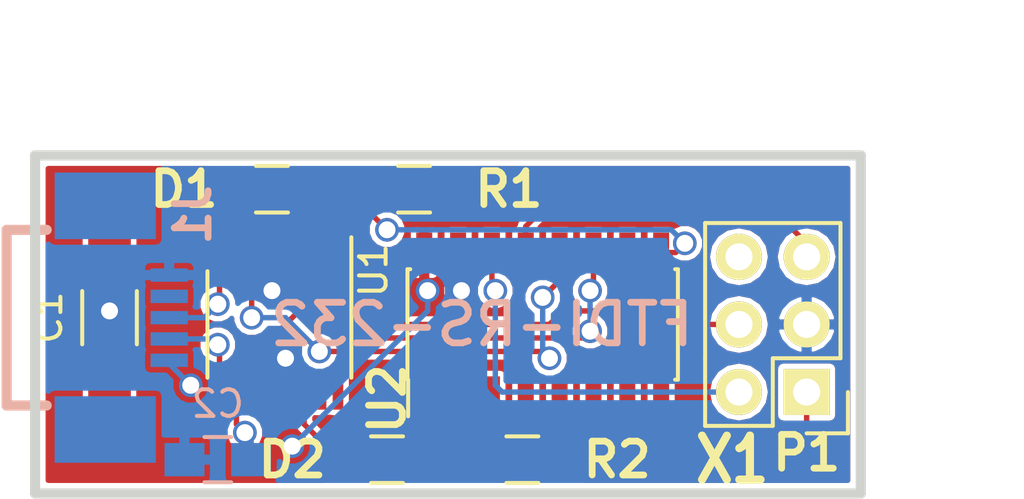
<source format=kicad_pcb>
(kicad_pcb (version 4) (host pcbnew 4.0.1-stable)

  (general
    (links 27)
    (no_connects 0)
    (area 144.04086 90.4748 189.266287 110.2662)
    (thickness 1.6002)
    (drawings 9)
    (tracks 114)
    (zones 0)
    (modules 10)
    (nets 18)
  )

  (page A4)
  (title_block
    (date "30 oct 2013")
  )

  (layers
    (0 Front signal)
    (31 Back signal)
    (36 B.SilkS user hide)
    (37 F.SilkS user)
    (38 B.Mask user)
    (39 F.Mask user)
    (40 Dwgs.User user)
    (44 Edge.Cuts user)
  )

  (setup
    (last_trace_width 0.2032)
    (user_trace_width 0.635)
    (trace_clearance 0.2032)
    (zone_clearance 0.2032)
    (zone_45_only no)
    (trace_min 0.2032)
    (segment_width 0.381)
    (edge_width 0.381)
    (via_size 0.889)
    (via_drill 0.635)
    (via_min_size 0.889)
    (via_min_drill 0.508)
    (uvia_size 0.508)
    (uvia_drill 0.127)
    (uvias_allowed no)
    (uvia_min_size 0.508)
    (uvia_min_drill 0.127)
    (pcb_text_width 0.3048)
    (pcb_text_size 1.524 2.032)
    (mod_edge_width 0.381)
    (mod_text_size 1.27 1.27)
    (mod_text_width 0.254)
    (pad_size 1.524 1.524)
    (pad_drill 0.8128)
    (pad_to_mask_clearance 0.254)
    (aux_axis_origin 0 0)
    (visible_elements 7FFFFF3F)
    (pcbplotparams
      (layerselection 0x00030_80000001)
      (usegerberextensions true)
      (excludeedgelayer true)
      (linewidth 0.150000)
      (plotframeref false)
      (viasonmask false)
      (mode 1)
      (useauxorigin false)
      (hpglpennumber 1)
      (hpglpenspeed 20)
      (hpglpendiameter 15)
      (hpglpenoverlay 0)
      (psnegative false)
      (psa4output false)
      (plotreference true)
      (plotvalue true)
      (plotinvisibletext false)
      (padsonsilk false)
      (subtractmaskfromsilk false)
      (outputformat 1)
      (mirror false)
      (drillshape 0)
      (scaleselection 1)
      (outputdirectory plots/))
  )

  (net 0 "")
  (net 1 /+3.3V)
  (net 2 /+5V)
  (net 3 /CTS)
  (net 4 /DM)
  (net 5 /DP)
  (net 6 /RTS)
  (net 7 /RX)
  (net 8 /TX)
  (net 9 GND)
  (net 10 /TXLED*)
  (net 11 /PUP0)
  (net 12 /RXLED*)
  (net 13 /PUP1)
  (net 14 "Net-(P1-Pad1)")
  (net 15 "Net-(P1-Pad2)")
  (net 16 "Net-(P1-Pad4)")
  (net 17 "Net-(P1-Pad5)")

  (net_class Default "This is the default net class."
    (clearance 0.2032)
    (trace_width 0.2032)
    (via_dia 0.889)
    (via_drill 0.635)
    (uvia_dia 0.508)
    (uvia_drill 0.127)
    (add_net /+3.3V)
    (add_net /+5V)
    (add_net /CTS)
    (add_net /DM)
    (add_net /DP)
    (add_net /PUP0)
    (add_net /PUP1)
    (add_net /RTS)
    (add_net /RX)
    (add_net /RXLED*)
    (add_net /TX)
    (add_net /TXLED*)
    (add_net GND)
    (add_net "Net-(P1-Pad1)")
    (add_net "Net-(P1-Pad2)")
    (add_net "Net-(P1-Pad4)")
    (add_net "Net-(P1-Pad5)")
  )

  (module J1 locked (layer Back) (tedit 5245C21C) (tstamp 4FF3476B)
    (at 147.2692 101.854 90)
    (descr "USB, MINI, B")
    (tags USB-B-MINI)
    (path /4FF311FD)
    (fp_text reference J1 (at 3.8608 6.985 90) (layer B.SilkS)
      (effects (font (size 1.27 1.27) (thickness 0.254)) (justify mirror))
    )
    (fp_text value USB-B (at 0.39878 -1.50114 90) (layer B.SilkS) hide
      (effects (font (thickness 0.3048)) (justify mirror))
    )
    (fp_line (start -3.29946 0) (end -3.29946 1.50114) (layer B.SilkS) (width 0.381))
    (fp_line (start 3.29946 0) (end 3.29946 1.50114) (layer B.SilkS) (width 0.381))
    (fp_line (start -3.29946 0) (end 3.29946 0) (layer B.SilkS) (width 0.381))
    (pad G2 smd rect (at 4.20116 3.70078 90) (size 2.49936 3.79984) (layers Back B.Mask))
    (pad G1 smd rect (at -4.20116 3.70078 90) (size 2.49936 3.79984) (layers Back B.Mask))
    (pad 4 smd rect (at 1.6002 6.10108 90) (size 0.50038 1.39954) (layers Back B.Mask)
      (net 9 GND))
    (pad NC smd rect (at 0.8001 6.10108 90) (size 0.50038 1.39954) (layers Back B.Mask))
    (pad 1 smd rect (at -1.6002 6.10108 90) (size 0.50038 1.39954) (layers Back B.Mask)
      (net 2 /+5V))
    (pad 2 smd rect (at -0.8001 6.10108 90) (size 0.50038 1.39954) (layers Back B.Mask)
      (net 4 /DM))
    (pad 3 smd rect (at 0 6.10108 90) (size 0.50038 1.39954) (layers Back B.Mask)
      (net 5 /DP))
  )

  (module Housings_SOIC:SOIC-16_3.9x9.9mm_Pitch1.27mm (layer Front) (tedit 57C9C4E5) (tstamp 57C9C133)
    (at 167.386 102.108 90)
    (descr "16-Lead Plastic Small Outline (SL) - Narrow, 3.90 mm Body [SOIC] (see Microchip Packaging Specification 00000049BS.pdf)")
    (tags "SOIC 1.27")
    (path /57C9D031)
    (attr smd)
    (fp_text reference U2 (at -2.794 -5.842 90) (layer F.SilkS)
      (effects (font (size 1.27 1.27) (thickness 0.254)))
    )
    (fp_text value MAX3232 (at 0 6 90) (layer F.SilkS) hide
      (effects (font (size 1 1) (thickness 0.15)))
    )
    (fp_circle (center -1.25 -4.25) (end -1.5 -4.25) (layer F.Fab) (width 0.15))
    (fp_line (start -1.95 -4.95) (end -1.95 4.95) (layer F.Fab) (width 0.15))
    (fp_line (start 1.95 -4.95) (end -1.95 -4.95) (layer F.Fab) (width 0.15))
    (fp_line (start 1.95 4.95) (end 1.95 -4.95) (layer F.Fab) (width 0.15))
    (fp_line (start -1.95 4.95) (end 1.95 4.95) (layer F.Fab) (width 0.15))
    (fp_line (start -3.7 -5.25) (end -3.7 5.25) (layer F.CrtYd) (width 0.05))
    (fp_line (start 3.7 -5.25) (end 3.7 5.25) (layer F.CrtYd) (width 0.05))
    (fp_line (start -3.7 -5.25) (end 3.7 -5.25) (layer F.CrtYd) (width 0.05))
    (fp_line (start -3.7 5.25) (end 3.7 5.25) (layer F.CrtYd) (width 0.05))
    (fp_line (start -2.075 -5.075) (end -2.075 -5.05) (layer F.SilkS) (width 0.15))
    (fp_line (start 2.075 -5.075) (end 2.075 -4.97) (layer F.SilkS) (width 0.15))
    (fp_line (start 2.075 5.075) (end 2.075 4.97) (layer F.SilkS) (width 0.15))
    (fp_line (start -2.075 5.075) (end -2.075 4.97) (layer F.SilkS) (width 0.15))
    (fp_line (start -2.075 -5.075) (end 2.075 -5.075) (layer F.SilkS) (width 0.15))
    (fp_line (start -2.075 5.075) (end 2.075 5.075) (layer F.SilkS) (width 0.15))
    (fp_line (start -2.075 -5.05) (end -3.45 -5.05) (layer F.SilkS) (width 0.15))
    (pad 1 smd rect (at -2.7 -4.445 90) (size 1.5 0.6) (layers Front F.Mask))
    (pad 2 smd rect (at -2.7 -3.175 90) (size 1.5 0.6) (layers Front F.Mask))
    (pad 3 smd rect (at -2.7 -1.905 90) (size 1.5 0.6) (layers Front F.Mask))
    (pad 4 smd rect (at -2.7 -0.635 90) (size 1.5 0.6) (layers Front F.Mask))
    (pad 5 smd rect (at -2.7 0.635 90) (size 1.5 0.6) (layers Front F.Mask))
    (pad 6 smd rect (at -2.7 1.905 90) (size 1.5 0.6) (layers Front F.Mask))
    (pad 7 smd rect (at -2.7 3.175 90) (size 1.5 0.6) (layers Front F.Mask)
      (net 14 "Net-(P1-Pad1)"))
    (pad 8 smd rect (at -2.7 4.445 90) (size 1.5 0.6) (layers Front F.Mask)
      (net 16 "Net-(P1-Pad4)"))
    (pad 9 smd rect (at 2.7 4.445 90) (size 1.5 0.6) (layers Front F.Mask)
      (net 7 /RX))
    (pad 10 smd rect (at 2.7 3.175 90) (size 1.5 0.6) (layers Front F.Mask)
      (net 8 /TX))
    (pad 11 smd rect (at 2.7 1.905 90) (size 1.5 0.6) (layers Front F.Mask)
      (net 6 /RTS))
    (pad 12 smd rect (at 2.7 0.635 90) (size 1.5 0.6) (layers Front F.Mask)
      (net 3 /CTS))
    (pad 13 smd rect (at 2.7 -0.635 90) (size 1.5 0.6) (layers Front F.Mask)
      (net 17 "Net-(P1-Pad5)"))
    (pad 14 smd rect (at 2.7 -1.905 90) (size 1.5 0.6) (layers Front F.Mask)
      (net 15 "Net-(P1-Pad2)"))
    (pad 15 smd rect (at 2.7 -3.175 90) (size 1.5 0.6) (layers Front F.Mask)
      (net 9 GND))
    (pad 16 smd rect (at 2.7 -4.445 90) (size 1.5 0.6) (layers Front F.Mask)
      (net 2 /+5V))
    (model Housings_SOIC.3dshapes/SOIC-16_3.9x9.9mm_Pitch1.27mm.wrl
      (at (xyz 0 0 0))
      (scale (xyz 1 1 1))
      (rotate (xyz 0 0 0))
    )
  )

  (module Resistors_SMD:R_0805_HandSoldering (layer Front) (tedit 57C9D897) (tstamp 57C9C2EC)
    (at 157.226 97.028 180)
    (descr "Resistor SMD 0805, hand soldering")
    (tags "resistor 0805")
    (path /57C9C81C)
    (attr smd)
    (fp_text reference D1 (at 3.302 0 180) (layer F.SilkS)
      (effects (font (size 1.27 1.27) (thickness 0.254)))
    )
    (fp_text value LED (at 0 2.1 180) (layer F.SilkS) hide
      (effects (font (size 1 1) (thickness 0.15)))
    )
    (fp_line (start -2.4 -1) (end 2.4 -1) (layer F.CrtYd) (width 0.05))
    (fp_line (start -2.4 1) (end 2.4 1) (layer F.CrtYd) (width 0.05))
    (fp_line (start -2.4 -1) (end -2.4 1) (layer F.CrtYd) (width 0.05))
    (fp_line (start 2.4 -1) (end 2.4 1) (layer F.CrtYd) (width 0.05))
    (fp_line (start 0.6 0.875) (end -0.6 0.875) (layer F.SilkS) (width 0.15))
    (fp_line (start -0.6 -0.875) (end 0.6 -0.875) (layer F.SilkS) (width 0.15))
    (pad 1 smd rect (at -1.35 0 180) (size 1.5 1.3) (layers Front F.Mask)
      (net 11 /PUP0))
    (pad 2 smd rect (at 1.35 0 180) (size 1.5 1.3) (layers Front F.Mask)
      (net 10 /TXLED*))
    (model Resistors_SMD.3dshapes/R_0805_HandSoldering.wrl
      (at (xyz 0 0 0))
      (scale (xyz 1 1 1))
      (rotate (xyz 0 0 0))
    )
  )

  (module Resistors_SMD:R_0805_HandSoldering (layer Front) (tedit 57C9D8A2) (tstamp 57C9C2F8)
    (at 161.544 107.188 180)
    (descr "Resistor SMD 0805, hand soldering")
    (tags "resistor 0805")
    (path /57C9C6CE)
    (attr smd)
    (fp_text reference D2 (at 3.556 0 180) (layer F.SilkS)
      (effects (font (size 1.27 1.27) (thickness 0.254)))
    )
    (fp_text value LED (at 0 2.1 180) (layer F.SilkS) hide
      (effects (font (size 1 1) (thickness 0.15)))
    )
    (fp_line (start -2.4 -1) (end 2.4 -1) (layer F.CrtYd) (width 0.05))
    (fp_line (start -2.4 1) (end 2.4 1) (layer F.CrtYd) (width 0.05))
    (fp_line (start -2.4 -1) (end -2.4 1) (layer F.CrtYd) (width 0.05))
    (fp_line (start 2.4 -1) (end 2.4 1) (layer F.CrtYd) (width 0.05))
    (fp_line (start 0.6 0.875) (end -0.6 0.875) (layer F.SilkS) (width 0.15))
    (fp_line (start -0.6 -0.875) (end 0.6 -0.875) (layer F.SilkS) (width 0.15))
    (pad 1 smd rect (at -1.35 0 180) (size 1.5 1.3) (layers Front F.Mask)
      (net 13 /PUP1))
    (pad 2 smd rect (at 1.35 0 180) (size 1.5 1.3) (layers Front F.Mask)
      (net 12 /RXLED*))
    (model Resistors_SMD.3dshapes/R_0805_HandSoldering.wrl
      (at (xyz 0 0 0))
      (scale (xyz 1 1 1))
      (rotate (xyz 0 0 0))
    )
  )

  (module Pin_Headers:Pin_Header_Straight_2x03 (layer Front) (tedit 57C9C450) (tstamp 57C9C444)
    (at 177.292 104.648 180)
    (descr "Through hole pin header")
    (tags "pin header")
    (path /57C9D21E)
    (fp_text reference P1 (at 0 -2.286 180) (layer F.SilkS)
      (effects (font (size 1.27 1.27) (thickness 0.254)))
    )
    (fp_text value CONN_01X05 (at 0 -3.1 180) (layer F.SilkS) hide
      (effects (font (size 1 1) (thickness 0.15)))
    )
    (fp_line (start -1.27 1.27) (end -1.27 6.35) (layer F.SilkS) (width 0.15))
    (fp_line (start -1.55 -1.55) (end 0 -1.55) (layer F.SilkS) (width 0.15))
    (fp_line (start -1.75 -1.75) (end -1.75 6.85) (layer F.CrtYd) (width 0.05))
    (fp_line (start 4.3 -1.75) (end 4.3 6.85) (layer F.CrtYd) (width 0.05))
    (fp_line (start -1.75 -1.75) (end 4.3 -1.75) (layer F.CrtYd) (width 0.05))
    (fp_line (start -1.75 6.85) (end 4.3 6.85) (layer F.CrtYd) (width 0.05))
    (fp_line (start 1.27 -1.27) (end 1.27 1.27) (layer F.SilkS) (width 0.15))
    (fp_line (start 1.27 1.27) (end -1.27 1.27) (layer F.SilkS) (width 0.15))
    (fp_line (start -1.27 6.35) (end 3.81 6.35) (layer F.SilkS) (width 0.15))
    (fp_line (start 3.81 6.35) (end 3.81 1.27) (layer F.SilkS) (width 0.15))
    (fp_line (start -1.55 -1.55) (end -1.55 0) (layer F.SilkS) (width 0.15))
    (fp_line (start 3.81 -1.27) (end 1.27 -1.27) (layer F.SilkS) (width 0.15))
    (fp_line (start 3.81 1.27) (end 3.81 -1.27) (layer F.SilkS) (width 0.15))
    (pad 1 thru_hole rect (at 0 0 180) (size 1.7272 1.7272) (drill 1.016) (layers *.Cu *.Mask F.SilkS)
      (net 14 "Net-(P1-Pad1)"))
    (pad 2 thru_hole oval (at 2.54 0 180) (size 1.7272 1.7272) (drill 1.016) (layers *.Cu *.Mask F.SilkS)
      (net 15 "Net-(P1-Pad2)"))
    (pad 3 thru_hole oval (at 0 2.54 180) (size 1.7272 1.7272) (drill 1.016) (layers *.Cu *.Mask F.SilkS)
      (net 9 GND))
    (pad 4 thru_hole oval (at 2.54 2.54 180) (size 1.7272 1.7272) (drill 1.016) (layers *.Cu *.Mask F.SilkS)
      (net 16 "Net-(P1-Pad4)"))
    (pad 5 thru_hole oval (at 0 5.08 180) (size 1.7272 1.7272) (drill 1.016) (layers *.Cu *.Mask F.SilkS)
      (net 17 "Net-(P1-Pad5)"))
    (pad 6 thru_hole oval (at 2.54 5.08 180) (size 1.7272 1.7272) (drill 1.016) (layers *.Cu *.Mask F.SilkS))
    (model Pin_Headers.3dshapes/Pin_Header_Straight_2x03.wrl
      (at (xyz 0.05 -0.1 0))
      (scale (xyz 1 1 1))
      (rotate (xyz 0 0 90))
    )
  )

  (module Resistors_SMD:R_0805_HandSoldering (layer Front) (tedit 57C9C45A) (tstamp 57C9C4C6)
    (at 162.56 97.028 180)
    (descr "Resistor SMD 0805, hand soldering")
    (tags "resistor 0805")
    (path /4FF314CB)
    (attr smd)
    (fp_text reference R1 (at -3.556 0 180) (layer F.SilkS)
      (effects (font (size 1.27 1.27) (thickness 0.254)))
    )
    (fp_text value 270 (at 0 2.1 180) (layer F.SilkS) hide
      (effects (font (size 1 1) (thickness 0.15)))
    )
    (fp_line (start -2.4 -1) (end 2.4 -1) (layer F.CrtYd) (width 0.05))
    (fp_line (start -2.4 1) (end 2.4 1) (layer F.CrtYd) (width 0.05))
    (fp_line (start -2.4 -1) (end -2.4 1) (layer F.CrtYd) (width 0.05))
    (fp_line (start 2.4 -1) (end 2.4 1) (layer F.CrtYd) (width 0.05))
    (fp_line (start 0.6 0.875) (end -0.6 0.875) (layer F.SilkS) (width 0.15))
    (fp_line (start -0.6 -0.875) (end 0.6 -0.875) (layer F.SilkS) (width 0.15))
    (pad 1 smd rect (at -1.35 0 180) (size 1.5 1.3) (layers Front F.Mask)
      (net 2 /+5V))
    (pad 2 smd rect (at 1.35 0 180) (size 1.5 1.3) (layers Front F.Mask)
      (net 11 /PUP0))
    (model Resistors_SMD.3dshapes/R_0805_HandSoldering.wrl
      (at (xyz 0 0 0))
      (scale (xyz 1 1 1))
      (rotate (xyz 0 0 0))
    )
  )

  (module Resistors_SMD:R_0805_HandSoldering (layer Front) (tedit 57C9C454) (tstamp 57C9C4D1)
    (at 166.624 107.188 180)
    (descr "Resistor SMD 0805, hand soldering")
    (tags "resistor 0805")
    (path /4FF314D2)
    (attr smd)
    (fp_text reference R2 (at -3.556 0 180) (layer F.SilkS)
      (effects (font (size 1.27 1.27) (thickness 0.254)))
    )
    (fp_text value 270 (at 0 2.1 180) (layer F.SilkS) hide
      (effects (font (size 1 1) (thickness 0.15)))
    )
    (fp_line (start -2.4 -1) (end 2.4 -1) (layer F.CrtYd) (width 0.05))
    (fp_line (start -2.4 1) (end 2.4 1) (layer F.CrtYd) (width 0.05))
    (fp_line (start -2.4 -1) (end -2.4 1) (layer F.CrtYd) (width 0.05))
    (fp_line (start 2.4 -1) (end 2.4 1) (layer F.CrtYd) (width 0.05))
    (fp_line (start 0.6 0.875) (end -0.6 0.875) (layer F.SilkS) (width 0.15))
    (fp_line (start -0.6 -0.875) (end 0.6 -0.875) (layer F.SilkS) (width 0.15))
    (pad 1 smd rect (at -1.35 0 180) (size 1.5 1.3) (layers Front F.Mask)
      (net 2 /+5V))
    (pad 2 smd rect (at 1.35 0 180) (size 1.5 1.3) (layers Front F.Mask)
      (net 13 /PUP1))
    (model Resistors_SMD.3dshapes/R_0805_HandSoldering.wrl
      (at (xyz 0 0 0))
      (scale (xyz 1 1 1))
      (rotate (xyz 0 0 0))
    )
  )

  (module Capacitors_SMD:C_1206_HandSoldering (layer Front) (tedit 57C9D8D2) (tstamp 57CCF07B)
    (at 151.13 101.854 90)
    (descr "Capacitor SMD 1206, hand soldering")
    (tags "capacitor 1206")
    (path /4FF312AD)
    (attr smd)
    (fp_text reference C1 (at 0 -2.3 90) (layer F.SilkS)
      (effects (font (size 1 1) (thickness 0.15)))
    )
    (fp_text value 10uF (at 0 2.3 90) (layer F.Fab) hide
      (effects (font (size 1 1) (thickness 0.15)))
    )
    (fp_line (start -3.3 -1.15) (end 3.3 -1.15) (layer F.CrtYd) (width 0.05))
    (fp_line (start -3.3 1.15) (end 3.3 1.15) (layer F.CrtYd) (width 0.05))
    (fp_line (start -3.3 -1.15) (end -3.3 1.15) (layer F.CrtYd) (width 0.05))
    (fp_line (start 3.3 -1.15) (end 3.3 1.15) (layer F.CrtYd) (width 0.05))
    (fp_line (start 1 -1.025) (end -1 -1.025) (layer F.SilkS) (width 0.15))
    (fp_line (start -1 1.025) (end 1 1.025) (layer F.SilkS) (width 0.15))
    (pad 1 smd rect (at -2 0 90) (size 2 1.6) (layers Front F.Mask)
      (net 2 /+5V))
    (pad 2 smd rect (at 2 0 90) (size 2 1.6) (layers Front F.Mask)
      (net 9 GND))
    (model Capacitors_SMD.3dshapes/C_1206_HandSoldering.wrl
      (at (xyz 0 0 0))
      (scale (xyz 1 1 1))
      (rotate (xyz 0 0 0))
    )
  )

  (module Capacitors_SMD:C_0805_HandSoldering (layer Back) (tedit 541A9B8D) (tstamp 57CCF086)
    (at 155.194 107.188 180)
    (descr "Capacitor SMD 0805, hand soldering")
    (tags "capacitor 0805")
    (path /4FF31376)
    (attr smd)
    (fp_text reference C2 (at 0 2.1 180) (layer B.SilkS)
      (effects (font (size 1 1) (thickness 0.15)) (justify mirror))
    )
    (fp_text value 0.1uF (at 0 -2.1 180) (layer B.Fab)
      (effects (font (size 1 1) (thickness 0.15)) (justify mirror))
    )
    (fp_line (start -2.3 1) (end 2.3 1) (layer B.CrtYd) (width 0.05))
    (fp_line (start -2.3 -1) (end 2.3 -1) (layer B.CrtYd) (width 0.05))
    (fp_line (start -2.3 1) (end -2.3 -1) (layer B.CrtYd) (width 0.05))
    (fp_line (start 2.3 1) (end 2.3 -1) (layer B.CrtYd) (width 0.05))
    (fp_line (start 0.5 0.85) (end -0.5 0.85) (layer B.SilkS) (width 0.15))
    (fp_line (start -0.5 -0.85) (end 0.5 -0.85) (layer B.SilkS) (width 0.15))
    (pad 1 smd rect (at -1.25 0 180) (size 1.5 1.25) (layers Back B.Mask)
      (net 1 /+3.3V))
    (pad 2 smd rect (at 1.25 0 180) (size 1.5 1.25) (layers Back B.Mask)
      (net 9 GND))
    (model Capacitors_SMD.3dshapes/C_0805_HandSoldering.wrl
      (at (xyz 0 0 0))
      (scale (xyz 1 1 1))
      (rotate (xyz 0 0 0))
    )
  )

  (module Housings_SSOP:SSOP-16_3.9x4.9mm_Pitch0.635mm (layer Front) (tedit 57C9D992) (tstamp 57CCF091)
    (at 157.48 102.108 270)
    (descr "SSOP16: plastic shrink small outline package; 16 leads; body width 3.9 mm; lead pitch 0.635; (see NXP SSOP-TSSOP-VSO-REFLOW.pdf and sot519-1_po.pdf)")
    (tags "SSOP 0.635")
    (path /525C3657)
    (attr smd)
    (fp_text reference U1 (at -2.032 -3.556 270) (layer F.SilkS)
      (effects (font (size 1 1) (thickness 0.15)))
    )
    (fp_text value FT230XS (at 0 3.5 270) (layer F.Fab) hide
      (effects (font (size 1 1) (thickness 0.15)))
    )
    (fp_circle (center -1.5 -2) (end -1.75 -2) (layer F.Fab) (width 0.15))
    (fp_line (start -2 2.5) (end -2 -2.5) (layer F.Fab) (width 0.15))
    (fp_line (start 2 2.5) (end -2 2.5) (layer F.Fab) (width 0.15))
    (fp_line (start 2 -2.5) (end 2 2.5) (layer F.Fab) (width 0.15))
    (fp_line (start -2 -2.5) (end 2 -2.5) (layer F.Fab) (width 0.15))
    (fp_line (start -3.45 -2.85) (end -3.45 2.8) (layer F.CrtYd) (width 0.05))
    (fp_line (start 3.45 -2.85) (end 3.45 2.8) (layer F.CrtYd) (width 0.05))
    (fp_line (start -3.45 -2.85) (end 3.45 -2.85) (layer F.CrtYd) (width 0.05))
    (fp_line (start -3.45 2.8) (end 3.45 2.8) (layer F.CrtYd) (width 0.05))
    (fp_line (start -2 2.675) (end 2 2.675) (layer F.SilkS) (width 0.15))
    (fp_line (start -3.275 -2.725) (end 2 -2.725) (layer F.SilkS) (width 0.15))
    (pad 1 smd rect (at -2.6 -2.2225 270) (size 1.2 0.4) (layers Front F.Mask)
      (net 8 /TX))
    (pad 2 smd rect (at -2.6 -1.5875 270) (size 1.2 0.4) (layers Front F.Mask)
      (net 6 /RTS))
    (pad 3 smd rect (at -2.6 -0.9525 270) (size 1.2 0.4) (layers Front F.Mask)
      (net 1 /+3.3V))
    (pad 4 smd rect (at -2.6 -0.3175 270) (size 1.2 0.4) (layers Front F.Mask)
      (net 7 /RX))
    (pad 5 smd rect (at -2.6 0.3175 270) (size 1.2 0.4) (layers Front F.Mask)
      (net 9 GND))
    (pad 6 smd rect (at -2.6 0.9525 270) (size 1.2 0.4) (layers Front F.Mask)
      (net 3 /CTS))
    (pad 7 smd rect (at -2.6 1.5875 270) (size 1.2 0.4) (layers Front F.Mask)
      (net 10 /TXLED*))
    (pad 8 smd rect (at -2.6 2.2225 270) (size 1.2 0.4) (layers Front F.Mask)
      (net 5 /DP))
    (pad 9 smd rect (at 2.6 2.2225 270) (size 1.2 0.4) (layers Front F.Mask)
      (net 4 /DM))
    (pad 10 smd rect (at 2.6 1.5875 270) (size 1.2 0.4) (layers Front F.Mask)
      (net 1 /+3.3V))
    (pad 11 smd rect (at 2.6 0.9525 270) (size 1.2 0.4) (layers Front F.Mask))
    (pad 12 smd rect (at 2.6 0.3175 270) (size 1.2 0.4) (layers Front F.Mask)
      (net 2 /+5V))
    (pad 13 smd rect (at 2.6 -0.3175 270) (size 1.2 0.4) (layers Front F.Mask)
      (net 9 GND))
    (pad 14 smd rect (at 2.6 -0.9525 270) (size 1.2 0.4) (layers Front F.Mask)
      (net 12 /RXLED*))
    (pad 15 smd rect (at 2.6 -1.5875 270) (size 1.2 0.4) (layers Front F.Mask))
    (pad 16 smd rect (at 2.6 -2.2225 270) (size 1.2 0.4) (layers Front F.Mask))
    (model Housings_SSOP.3dshapes/SSOP-16_3.9x4.9mm_Pitch0.635mm.wrl
      (at (xyz 0 0 0))
      (scale (xyz 1 1 1))
      (rotate (xyz 0 0 0))
    )
  )

  (dimension 12.7 (width 0.3048) (layer Dwgs.User)
    (gr_text "0.5000 in" (at 183.489599 102.108 90) (layer Dwgs.User)
      (effects (font (size 2.032 1.524) (thickness 0.3048)))
    )
    (feature1 (pts (xy 179.324 95.758) (xy 185.115199 95.758)))
    (feature2 (pts (xy 179.324 108.458) (xy 185.115199 108.458)))
    (crossbar (pts (xy 181.863999 108.458) (xy 181.863999 95.758)))
    (arrow1a (pts (xy 181.863999 95.758) (xy 182.45042 96.884504)))
    (arrow1b (pts (xy 181.863999 95.758) (xy 181.277578 96.884504)))
    (arrow2a (pts (xy 181.863999 108.458) (xy 182.45042 107.331496)))
    (arrow2b (pts (xy 181.863999 108.458) (xy 181.277578 107.331496)))
  )
  (dimension 30.988 (width 0.3048) (layer Dwgs.User)
    (gr_text "1.2200 in" (at 163.83 92.3544) (layer Dwgs.User)
      (effects (font (size 2.032 1.524) (thickness 0.3048)))
    )
    (feature1 (pts (xy 179.324 95.758) (xy 179.324 90.7288)))
    (feature2 (pts (xy 148.336 95.758) (xy 148.336 90.7288)))
    (crossbar (pts (xy 148.336 93.98) (xy 179.324 93.98)))
    (arrow1a (pts (xy 179.324 93.98) (xy 178.197496 94.566421)))
    (arrow1b (pts (xy 179.324 93.98) (xy 178.197496 93.393579)))
    (arrow2a (pts (xy 148.336 93.98) (xy 149.462504 94.566421)))
    (arrow2b (pts (xy 148.336 93.98) (xy 149.462504 93.393579)))
  )
  (gr_line (start 148.336 95.758) (end 148.59 95.758) (angle 90) (layer Edge.Cuts) (width 0.381))
  (gr_line (start 148.336 108.458) (end 148.336 95.758) (angle 90) (layer Edge.Cuts) (width 0.381))
  (gr_line (start 179.324 108.458) (end 148.336 108.458) (angle 90) (layer Edge.Cuts) (width 0.381))
  (gr_line (start 179.324 95.758) (end 179.324 108.458) (angle 90) (layer Edge.Cuts) (width 0.381))
  (gr_line (start 148.59 95.758) (end 179.324 95.758) (angle 90) (layer Edge.Cuts) (width 0.381))
  (gr_text FTDI-RS-232 (at 165.1 102.108) (layer B.SilkS)
    (effects (font (thickness 0.254)) (justify mirror))
  )
  (gr_text X1 (at 174.498 107.188) (layer F.SilkS)
    (effects (font (size 1.651 1.397) (thickness 0.3048)))
  )

  (segment (start 155.8925 104.708) (end 155.8925 105.8545) (width 0.2032) (layer Front) (net 1))
  (segment (start 156.444 106.406) (end 156.444 107.188) (width 0.2032) (layer Back) (net 1) (tstamp 57CCF16F))
  (segment (start 156.21 106.172) (end 156.444 106.406) (width 0.2032) (layer Back) (net 1) (tstamp 57CCF16E))
  (via (at 156.21 106.172) (size 0.889) (drill 0.635) (layers Front Back) (net 1))
  (segment (start 155.8925 105.8545) (end 156.21 106.172) (width 0.2032) (layer Front) (net 1) (tstamp 57CCF16C))
  (segment (start 155.8925 104.775) (end 155.8925 103.9495) (width 0.2032) (layer Front) (net 1))
  (segment (start 155.8925 103.9495) (end 158.4325 101.4095) (width 0.2032) (layer Front) (net 1) (tstamp 57C9C846))
  (segment (start 158.4325 101.4095) (end 158.4325 99.441) (width 0.2032) (layer Front) (net 1) (tstamp 57C9C848))
  (segment (start 157.1625 104.708) (end 157.1625 105.8545) (width 0.2032) (layer Front) (net 2))
  (segment (start 163.068 101.6) (end 163.068 100.838) (width 0.2032) (layer Back) (net 2) (tstamp 57CCF158))
  (segment (start 157.988 106.68) (end 163.068 101.6) (width 0.2032) (layer Back) (net 2) (tstamp 57CCF157))
  (via (at 157.988 106.68) (size 0.889) (drill 0.635) (layers Front Back) (net 2))
  (segment (start 157.1625 105.8545) (end 157.988 106.68) (width 0.2032) (layer Front) (net 2) (tstamp 57CCF151))
  (segment (start 162.941 100.711) (end 162.941 99.408) (width 0.2032) (layer Front) (net 2) (tstamp 57C9C8EC))
  (segment (start 163.068 100.838) (end 162.941 100.711) (width 0.2032) (layer Front) (net 2) (tstamp 57C9C8EB))
  (via (at 163.068 100.838) (size 0.889) (layers Front Back) (net 2))
  (segment (start 153.37028 103.4542) (end 153.37028 103.58628) (width 0.2032) (layer Back) (net 2))
  (segment (start 153.37028 103.58628) (end 154.178 104.394) (width 0.2032) (layer Back) (net 2) (tstamp 57C9C790))
  (via (at 154.178 104.394) (size 0.889) (layers Front Back) (net 2))
  (segment (start 156.464 101.854) (end 157.734 101.854) (width 0.2032) (layer Back) (net 3))
  (segment (start 157.734 101.854) (end 159.004 103.124) (width 0.2032) (layer Back) (net 3) (tstamp 57C9C914))
  (segment (start 156.464 100.584) (end 156.464 101.854) (width 0.2032) (layer Front) (net 3))
  (segment (start 159.004 103.124) (end 161.036 103.124) (width 0.2032) (layer Front) (net 3) (tstamp 57C9C835))
  (segment (start 161.036 103.124) (end 167.386 103.124) (width 0.2032) (layer Front) (net 3) (tstamp 57C9C838))
  (via (at 159.004 103.124) (size 0.889) (layers Front Back) (net 3))
  (via (at 156.464 101.854) (size 0.889) (layers Front Back) (net 3))
  (segment (start 167.386 103.124) (end 167.64 103.378) (width 0.2032) (layer Front) (net 3) (tstamp 57C9C817))
  (segment (start 168.021 99.408) (end 168.021 100.457) (width 0.2032) (layer Front) (net 3))
  (segment (start 168.021 100.457) (end 167.386 101.092) (width 0.2032) (layer Front) (net 3) (tstamp 57C9C74B))
  (segment (start 156.5275 99.441) (end 156.5275 100.5205) (width 0.2032) (layer Front) (net 3))
  (segment (start 156.5275 100.5205) (end 156.464 100.584) (width 0.2032) (layer Front) (net 3) (tstamp 57C9C736))
  (via (at 167.64 103.378) (size 0.889) (layers Front Back) (net 3))
  (segment (start 167.64 103.378) (end 167.386 103.124) (width 0.2032) (layer Back) (net 3) (tstamp 57C9C73C))
  (segment (start 167.386 103.124) (end 167.386 101.092) (width 0.2032) (layer Back) (net 3) (tstamp 57C9C73D))
  (via (at 167.386 101.092) (size 0.889) (layers Front Back) (net 3))
  (segment (start 154.9781 102.6541) (end 155.194 102.87) (width 0.2032) (layer Back) (net 4) (tstamp 525C280D))
  (segment (start 153.37028 102.6541) (end 154.9781 102.6541) (width 0.2032) (layer Back) (net 4) (status 10))
  (via (at 155.194 102.87) (size 0.889) (layers Front Back) (net 4))
  (segment (start 155.194 102.87) (end 155.2575 102.9335) (width 0.2032) (layer Front) (net 4) (tstamp 525C280F))
  (segment (start 155.2575 102.9335) (end 155.2575 104.775) (width 0.2032) (layer Front) (net 4) (tstamp 525C2810) (status 20))
  (segment (start 154.686 101.854) (end 155.194 101.346) (width 0.2032) (layer Back) (net 5) (tstamp 525C2808))
  (via (at 155.194 101.346) (size 0.889) (layers Front Back) (net 5))
  (segment (start 155.194 101.346) (end 155.2575 101.2825) (width 0.2032) (layer Front) (net 5) (tstamp 525C280A))
  (segment (start 155.2575 101.2825) (end 155.2575 99.441) (width 0.2032) (layer Front) (net 5) (tstamp 525C280B) (status 20))
  (segment (start 153.37028 101.854) (end 154.686 101.854) (width 0.2032) (layer Back) (net 5) (status 10))
  (segment (start 169.291 100.711) (end 169.291 99.408) (width 0.2032) (layer Front) (net 6) (tstamp 57C9C6EE))
  (segment (start 169.164 100.838) (end 169.291 100.711) (width 0.2032) (layer Front) (net 6) (tstamp 57C9C6ED))
  (segment (start 166.624 102.616) (end 168.91 102.616) (width 0.2032) (layer Front) (net 6))
  (segment (start 168.91 102.616) (end 169.164 102.362) (width 0.2032) (layer Front) (net 6) (tstamp 57C9C71B))
  (segment (start 169.164 102.362) (end 169.164 100.838) (width 0.2032) (layer Back) (net 6) (tstamp 57C9C71D))
  (via (at 169.164 102.362) (size 0.889) (layers Front Back) (net 6))
  (segment (start 159.0675 99.441) (end 159.0675 101.9175) (width 0.2032) (layer Front) (net 6))
  (via (at 169.164 100.838) (size 0.889) (layers Front Back) (net 6))
  (segment (start 159.766 102.616) (end 166.624 102.616) (width 0.2032) (layer Front) (net 6) (tstamp 57C9C6E7))
  (segment (start 159.0675 101.9175) (end 159.766 102.616) (width 0.2032) (layer Front) (net 6) (tstamp 57C9C6E6))
  (segment (start 172.212 98.552) (end 172.72 99.06) (width 0.2032) (layer Back) (net 7) (tstamp 57CCF147))
  (segment (start 161.544 98.552) (end 172.212 98.552) (width 0.2032) (layer Back) (net 7))
  (segment (start 172.372 99.408) (end 171.831 99.408) (width 0.2032) (layer Front) (net 7) (tstamp 57C9C8A6))
  (via (at 172.72 99.06) (size 0.889) (layers Front Back) (net 7))
  (segment (start 172.72 99.06) (end 172.372 99.408) (width 0.2032) (layer Front) (net 7) (tstamp 57C9C8A5))
  (segment (start 159.258 98.044) (end 161.036 98.044) (width 0.2032) (layer Front) (net 7))
  (via (at 161.544 98.552) (size 0.889) (layers Front Back) (net 7))
  (segment (start 161.036 98.044) (end 161.544 98.552) (width 0.2032) (layer Front) (net 7) (tstamp 57C9C93E))
  (segment (start 157.7975 99.441) (end 157.7975 98.4885) (width 0.2032) (layer Front) (net 7))
  (segment (start 158.242 98.044) (end 159.258 98.044) (width 0.2032) (layer Front) (net 7) (tstamp 57C9C898))
  (segment (start 157.7975 98.4885) (end 158.242 98.044) (width 0.2032) (layer Front) (net 7) (tstamp 57C9C897))
  (segment (start 159.7025 99.441) (end 159.7025 101.0285) (width 0.2032) (layer Front) (net 8))
  (segment (start 160.782 102.108) (end 166.624 102.108) (width 0.2032) (layer Front) (net 8) (tstamp 57C9C6E0))
  (segment (start 159.7025 101.0285) (end 160.782 102.108) (width 0.2032) (layer Front) (net 8) (tstamp 57C9C6DE))
  (segment (start 166.624 102.108) (end 167.64 102.108) (width 0.2032) (layer Front) (net 8))
  (segment (start 170.561 100.965) (end 170.561 99.408) (width 0.2032) (layer Front) (net 8) (tstamp 57C9C716))
  (segment (start 169.926 101.6) (end 170.561 100.965) (width 0.2032) (layer Front) (net 8) (tstamp 57C9C715))
  (segment (start 168.148 101.6) (end 169.926 101.6) (width 0.2032) (layer Front) (net 8) (tstamp 57C9C714))
  (segment (start 167.64 102.108) (end 168.148 101.6) (width 0.2032) (layer Front) (net 8) (tstamp 57C9C713))
  (segment (start 157.7975 104.775) (end 157.7975 103.4415) (width 0.2032) (layer Front) (net 9))
  (via (at 157.734 103.378) (size 0.889) (layers Front Back) (net 9))
  (segment (start 157.7975 103.4415) (end 157.734 103.378) (width 0.2032) (layer Front) (net 9) (tstamp 57C9C865))
  (segment (start 157.1625 99.441) (end 157.1625 100.7745) (width 0.2032) (layer Front) (net 9))
  (via (at 157.226 100.838) (size 0.889) (layers Front Back) (net 9))
  (segment (start 157.1625 100.7745) (end 157.226 100.838) (width 0.2032) (layer Front) (net 9) (tstamp 57C9C732))
  (segment (start 151.13 100.33) (end 151.13 101.6) (width 0.2032) (layer Front) (net 9))
  (via (at 151.13 101.6) (size 0.889) (layers Front Back) (net 9))
  (segment (start 164.211 99.408) (end 164.211 100.711) (width 0.2032) (layer Front) (net 9))
  (via (at 164.338 100.838) (size 0.889) (layers Front Back) (net 9))
  (segment (start 164.211 100.711) (end 164.338 100.838) (width 0.2032) (layer Front) (net 9) (tstamp 57C9C6B1))
  (segment (start 155.8925 99.441) (end 155.8925 97.0445) (width 0.2032) (layer Front) (net 10))
  (segment (start 155.8925 97.0445) (end 155.876 97.028) (width 0.2032) (layer Front) (net 10) (tstamp 57C9C72F))
  (segment (start 158.576 97.028) (end 161.21 97.028) (width 0.2032) (layer Front) (net 11))
  (segment (start 158.4325 104.708) (end 158.4325 105.8545) (width 0.2032) (layer Front) (net 12))
  (segment (start 159.432 106.426) (end 160.194 107.188) (width 0.2032) (layer Front) (net 12) (tstamp 57CCF14D))
  (segment (start 159.004 106.426) (end 159.432 106.426) (width 0.2032) (layer Front) (net 12) (tstamp 57CCF14C))
  (segment (start 158.4325 105.8545) (end 159.004 106.426) (width 0.2032) (layer Front) (net 12) (tstamp 57CCF14B))
  (segment (start 162.894 107.188) (end 165.274 107.188) (width 0.2032) (layer Front) (net 13) (status 10))
  (segment (start 170.561 104.808) (end 170.561 105.791) (width 0.2032) (layer Front) (net 14))
  (segment (start 177.292 106.68) (end 177.292 104.648) (width 0.2032) (layer Front) (net 14) (tstamp 57C9C6C6))
  (segment (start 176.784 107.188) (end 177.292 106.68) (width 0.2032) (layer Front) (net 14) (tstamp 57C9C6C5))
  (segment (start 171.958 107.188) (end 176.784 107.188) (width 0.2032) (layer Front) (net 14) (tstamp 57C9C6C3))
  (segment (start 170.561 105.791) (end 171.958 107.188) (width 0.2032) (layer Front) (net 14) (tstamp 57C9C6C1))
  (segment (start 165.481 99.408) (end 165.481 100.711) (width 0.2032) (layer Front) (net 15))
  (segment (start 165.862 104.648) (end 168.656 104.648) (width 0.2032) (layer Back) (net 15) (tstamp 57C9C728))
  (segment (start 165.608 104.394) (end 165.862 104.648) (width 0.2032) (layer Back) (net 15) (tstamp 57C9C725))
  (segment (start 165.608 100.838) (end 165.608 104.394) (width 0.2032) (layer Back) (net 15) (tstamp 57C9C724))
  (via (at 165.608 100.838) (size 0.889) (layers Front Back) (net 15))
  (segment (start 165.481 100.711) (end 165.608 100.838) (width 0.2032) (layer Front) (net 15) (tstamp 57C9C721))
  (segment (start 174.752 104.648) (end 168.656 104.648) (width 0.2032) (layer Back) (net 15))
  (segment (start 174.752 102.108) (end 172.974 102.108) (width 0.2032) (layer Front) (net 16))
  (segment (start 171.831 103.251) (end 171.831 104.808) (width 0.2032) (layer Front) (net 16) (tstamp 57C9C6BD))
  (segment (start 172.974 102.108) (end 171.831 103.251) (width 0.2032) (layer Front) (net 16) (tstamp 57C9C6BC))
  (segment (start 166.751 99.408) (end 166.751 98.425) (width 0.2032) (layer Front) (net 17))
  (segment (start 167.64 97.536) (end 170.942 97.536) (width 0.2032) (layer Front) (net 17) (tstamp 57CCF174))
  (segment (start 166.751 98.425) (end 167.64 97.536) (width 0.2032) (layer Front) (net 17) (tstamp 57CCF172))
  (segment (start 177.292 99.568) (end 177.292 99.06) (width 0.2032) (layer Front) (net 17))
  (segment (start 177.292 99.06) (end 175.768 97.536) (width 0.2032) (layer Front) (net 17) (tstamp 57C9C6B5))
  (segment (start 175.768 97.536) (end 170.942 97.536) (width 0.2032) (layer Front) (net 17) (tstamp 57C9C6B6))

  (zone (net 2) (net_name /+5V) (layer Front) (tstamp 57C9C6AE) (hatch edge 0.508)
    (connect_pads (clearance 0.2032))
    (min_thickness 0.2032)
    (fill yes (arc_segments 16) (thermal_gap 0.2032) (thermal_bridge_width 0.381))
    (polygon
      (pts
        (xy 148.336 95.758) (xy 179.324 95.758) (xy 179.324 108.458) (xy 148.336 108.458)
      )
    )
    (filled_polygon
      (pts
        (xy 154.839713 96.257093) (xy 154.815229 96.378) (xy 154.815229 97.678) (xy 154.836482 97.790952) (xy 154.903237 97.894692)
        (xy 155.005093 97.964287) (xy 155.126 97.988771) (xy 155.4861 97.988771) (xy 155.4861 98.603021) (xy 155.4575 98.597229)
        (xy 155.0575 98.597229) (xy 154.944548 98.618482) (xy 154.840808 98.685237) (xy 154.771213 98.787093) (xy 154.746729 98.908)
        (xy 154.746729 100.108) (xy 154.767982 100.220952) (xy 154.834737 100.324692) (xy 154.8511 100.335872) (xy 154.8511 100.67694)
        (xy 154.77011 100.710404) (xy 154.559144 100.921001) (xy 154.44483 101.196301) (xy 154.44457 101.494391) (xy 154.558404 101.76989)
        (xy 154.769001 101.980856) (xy 155.044301 102.09517) (xy 155.342391 102.09543) (xy 155.61789 101.981596) (xy 155.714672 101.884983)
        (xy 155.71457 102.002391) (xy 155.828404 102.27789) (xy 156.039001 102.488856) (xy 156.314301 102.60317) (xy 156.612391 102.60343)
        (xy 156.700056 102.567207) (xy 155.6639 103.603364) (xy 155.6639 103.459666) (xy 155.828856 103.294999) (xy 155.94317 103.019699)
        (xy 155.94343 102.721609) (xy 155.829596 102.44611) (xy 155.618999 102.235144) (xy 155.343699 102.12083) (xy 155.045609 102.12057)
        (xy 154.77011 102.234404) (xy 154.559144 102.445001) (xy 154.44483 102.720301) (xy 154.44457 103.018391) (xy 154.558404 103.29389)
        (xy 154.769001 103.504856) (xy 154.8511 103.538946) (xy 154.8511 103.878614) (xy 154.840808 103.885237) (xy 154.771213 103.987093)
        (xy 154.746729 104.108) (xy 154.746729 105.308) (xy 154.767982 105.420952) (xy 154.834737 105.524692) (xy 154.936593 105.594287)
        (xy 155.0575 105.618771) (xy 155.4575 105.618771) (xy 155.4861 105.61339) (xy 155.4861 105.8545) (xy 155.500482 105.926807)
        (xy 155.46083 106.022301) (xy 155.46057 106.320391) (xy 155.574404 106.59589) (xy 155.785001 106.806856) (xy 156.060301 106.92117)
        (xy 156.358391 106.92143) (xy 156.63389 106.807596) (xy 156.844856 106.596999) (xy 156.95917 106.321699) (xy 156.95943 106.023609)
        (xy 156.845596 105.74811) (xy 156.716483 105.618771) (xy 156.7275 105.618771) (xy 156.840452 105.597518) (xy 156.850056 105.591338)
        (xy 156.901871 105.6128) (xy 156.9974 105.6128) (xy 157.0736 105.5366) (xy 157.0736 104.7969) (xy 157.0536 104.7969)
        (xy 157.0536 104.6191) (xy 157.0736 104.6191) (xy 157.0736 104.5991) (xy 157.2514 104.5991) (xy 157.2514 104.6191)
        (xy 157.2714 104.6191) (xy 157.2714 104.7969) (xy 157.2514 104.7969) (xy 157.2514 105.5366) (xy 157.3276 105.6128)
        (xy 157.423129 105.6128) (xy 157.473283 105.592026) (xy 157.476593 105.594287) (xy 157.5975 105.618771) (xy 157.9975 105.618771)
        (xy 158.0261 105.61339) (xy 158.0261 105.8545) (xy 158.057035 106.010023) (xy 158.14297 106.138632) (xy 158.145132 106.141868)
        (xy 158.716632 106.713368) (xy 158.848477 106.801465) (xy 159.004 106.8324) (xy 159.133229 106.8324) (xy 159.133229 107.838)
        (xy 159.154482 107.950952) (xy 159.162042 107.9627) (xy 148.8313 107.9627) (xy 148.8313 104.0191) (xy 150.0252 104.0191)
        (xy 150.0252 104.914628) (xy 150.071603 105.026655) (xy 150.157344 105.112397) (xy 150.269371 105.1588) (xy 150.9649 105.1588)
        (xy 151.0411 105.0826) (xy 151.0411 103.9429) (xy 151.2189 103.9429) (xy 151.2189 105.0826) (xy 151.2951 105.1588)
        (xy 151.990629 105.1588) (xy 152.102656 105.112397) (xy 152.188397 105.026655) (xy 152.2348 104.914628) (xy 152.2348 104.0191)
        (xy 152.1586 103.9429) (xy 151.2189 103.9429) (xy 151.0411 103.9429) (xy 150.1014 103.9429) (xy 150.0252 104.0191)
        (xy 148.8313 104.0191) (xy 148.8313 102.793372) (xy 150.0252 102.793372) (xy 150.0252 103.6889) (xy 150.1014 103.7651)
        (xy 151.0411 103.7651) (xy 151.0411 102.6254) (xy 151.2189 102.6254) (xy 151.2189 103.7651) (xy 152.1586 103.7651)
        (xy 152.2348 103.6889) (xy 152.2348 102.793372) (xy 152.188397 102.681345) (xy 152.102656 102.595603) (xy 151.990629 102.5492)
        (xy 151.2951 102.5492) (xy 151.2189 102.6254) (xy 151.0411 102.6254) (xy 150.9649 102.5492) (xy 150.269371 102.5492)
        (xy 150.157344 102.595603) (xy 150.071603 102.681345) (xy 150.0252 102.793372) (xy 148.8313 102.793372) (xy 148.8313 98.854)
        (xy 150.019229 98.854) (xy 150.019229 100.854) (xy 150.040482 100.966952) (xy 150.107237 101.070692) (xy 150.209093 101.140287)
        (xy 150.33 101.164771) (xy 150.505392 101.164771) (xy 150.495144 101.175001) (xy 150.38083 101.450301) (xy 150.38057 101.748391)
        (xy 150.494404 102.02389) (xy 150.705001 102.234856) (xy 150.980301 102.34917) (xy 151.278391 102.34943) (xy 151.55389 102.235596)
        (xy 151.764856 102.024999) (xy 151.87917 101.749699) (xy 151.87943 101.451609) (xy 151.765596 101.17611) (xy 151.754277 101.164771)
        (xy 151.93 101.164771) (xy 152.042952 101.143518) (xy 152.146692 101.076763) (xy 152.216287 100.974907) (xy 152.240771 100.854)
        (xy 152.240771 98.854) (xy 152.219518 98.741048) (xy 152.152763 98.637308) (xy 152.050907 98.567713) (xy 151.93 98.543229)
        (xy 150.33 98.543229) (xy 150.217048 98.564482) (xy 150.113308 98.631237) (xy 150.043713 98.733093) (xy 150.019229 98.854)
        (xy 148.8313 98.854) (xy 148.8313 96.2533) (xy 154.842305 96.2533)
      )
    )
    (filled_polygon
      (pts
        (xy 162.8552 96.317371) (xy 162.8552 96.8629) (xy 162.9314 96.9391) (xy 163.8211 96.9391) (xy 163.8211 96.9191)
        (xy 163.9989 96.9191) (xy 163.9989 96.9391) (xy 164.8886 96.9391) (xy 164.9648 96.8629) (xy 164.9648 96.317371)
        (xy 164.938261 96.2533) (xy 178.8287 96.2533) (xy 178.8287 107.9627) (xy 169.002261 107.9627) (xy 169.0288 107.898629)
        (xy 169.0288 107.3531) (xy 168.9526 107.2769) (xy 168.0629 107.2769) (xy 168.0629 107.2969) (xy 167.8851 107.2969)
        (xy 167.8851 107.2769) (xy 166.9954 107.2769) (xy 166.9192 107.3531) (xy 166.9192 107.898629) (xy 166.945739 107.9627)
        (xy 166.307695 107.9627) (xy 166.310287 107.958907) (xy 166.334771 107.838) (xy 166.334771 106.538) (xy 166.323364 106.477371)
        (xy 166.9192 106.477371) (xy 166.9192 107.0229) (xy 166.9954 107.0991) (xy 167.8851 107.0991) (xy 167.8851 106.3094)
        (xy 168.0629 106.3094) (xy 168.0629 107.0991) (xy 168.9526 107.0991) (xy 169.0288 107.0229) (xy 169.0288 106.477371)
        (xy 168.982397 106.365344) (xy 168.896655 106.279603) (xy 168.784628 106.2332) (xy 168.1391 106.2332) (xy 168.0629 106.3094)
        (xy 167.8851 106.3094) (xy 167.8089 106.2332) (xy 167.163372 106.2332) (xy 167.051345 106.279603) (xy 166.965603 106.365344)
        (xy 166.9192 106.477371) (xy 166.323364 106.477371) (xy 166.313518 106.425048) (xy 166.246763 106.321308) (xy 166.144907 106.251713)
        (xy 166.024 106.227229) (xy 164.524 106.227229) (xy 164.411048 106.248482) (xy 164.307308 106.315237) (xy 164.237713 106.417093)
        (xy 164.213229 106.538) (xy 164.213229 106.7816) (xy 163.954771 106.7816) (xy 163.954771 106.538) (xy 163.933518 106.425048)
        (xy 163.866763 106.321308) (xy 163.764907 106.251713) (xy 163.644 106.227229) (xy 162.144 106.227229) (xy 162.031048 106.248482)
        (xy 161.927308 106.315237) (xy 161.857713 106.417093) (xy 161.833229 106.538) (xy 161.833229 107.838) (xy 161.854482 107.950952)
        (xy 161.862042 107.9627) (xy 161.227695 107.9627) (xy 161.230287 107.958907) (xy 161.254771 107.838) (xy 161.254771 106.538)
        (xy 161.233518 106.425048) (xy 161.166763 106.321308) (xy 161.064907 106.251713) (xy 160.944 106.227229) (xy 159.807965 106.227229)
        (xy 159.719368 106.138632) (xy 159.587523 106.050535) (xy 159.432 106.0196) (xy 159.172336 106.0196) (xy 158.8389 105.686164)
        (xy 158.8389 105.612979) (xy 158.8675 105.618771) (xy 159.2675 105.618771) (xy 159.380452 105.597518) (xy 159.384544 105.594885)
        (xy 159.5025 105.618771) (xy 159.9025 105.618771) (xy 160.015452 105.597518) (xy 160.119192 105.530763) (xy 160.188787 105.428907)
        (xy 160.213271 105.308) (xy 160.213271 104.108) (xy 160.203864 104.058) (xy 162.330229 104.058) (xy 162.330229 105.558)
        (xy 162.351482 105.670952) (xy 162.418237 105.774692) (xy 162.520093 105.844287) (xy 162.641 105.868771) (xy 163.241 105.868771)
        (xy 163.353952 105.847518) (xy 163.457692 105.780763) (xy 163.527287 105.678907) (xy 163.551771 105.558) (xy 163.551771 104.058)
        (xy 163.600229 104.058) (xy 163.600229 105.558) (xy 163.621482 105.670952) (xy 163.688237 105.774692) (xy 163.790093 105.844287)
        (xy 163.911 105.868771) (xy 164.511 105.868771) (xy 164.623952 105.847518) (xy 164.727692 105.780763) (xy 164.797287 105.678907)
        (xy 164.821771 105.558) (xy 164.821771 104.058) (xy 164.870229 104.058) (xy 164.870229 105.558) (xy 164.891482 105.670952)
        (xy 164.958237 105.774692) (xy 165.060093 105.844287) (xy 165.181 105.868771) (xy 165.781 105.868771) (xy 165.893952 105.847518)
        (xy 165.997692 105.780763) (xy 166.067287 105.678907) (xy 166.091771 105.558) (xy 166.091771 104.058) (xy 166.070518 103.945048)
        (xy 166.003763 103.841308) (xy 165.901907 103.771713) (xy 165.781 103.747229) (xy 165.181 103.747229) (xy 165.068048 103.768482)
        (xy 164.964308 103.835237) (xy 164.894713 103.937093) (xy 164.870229 104.058) (xy 164.821771 104.058) (xy 164.800518 103.945048)
        (xy 164.733763 103.841308) (xy 164.631907 103.771713) (xy 164.511 103.747229) (xy 163.911 103.747229) (xy 163.798048 103.768482)
        (xy 163.694308 103.835237) (xy 163.624713 103.937093) (xy 163.600229 104.058) (xy 163.551771 104.058) (xy 163.530518 103.945048)
        (xy 163.463763 103.841308) (xy 163.361907 103.771713) (xy 163.241 103.747229) (xy 162.641 103.747229) (xy 162.528048 103.768482)
        (xy 162.424308 103.835237) (xy 162.354713 103.937093) (xy 162.330229 104.058) (xy 160.203864 104.058) (xy 160.192018 103.995048)
        (xy 160.125263 103.891308) (xy 160.023407 103.821713) (xy 159.9025 103.797229) (xy 159.5025 103.797229) (xy 159.389548 103.818482)
        (xy 159.385456 103.821115) (xy 159.314015 103.806648) (xy 159.42789 103.759596) (xy 159.638856 103.548999) (xy 159.646579 103.5304)
        (xy 166.892226 103.5304) (xy 166.981819 103.747229) (xy 166.451 103.747229) (xy 166.338048 103.768482) (xy 166.234308 103.835237)
        (xy 166.164713 103.937093) (xy 166.140229 104.058) (xy 166.140229 105.558) (xy 166.161482 105.670952) (xy 166.228237 105.774692)
        (xy 166.330093 105.844287) (xy 166.451 105.868771) (xy 167.051 105.868771) (xy 167.163952 105.847518) (xy 167.267692 105.780763)
        (xy 167.337287 105.678907) (xy 167.361771 105.558) (xy 167.361771 104.0738) (xy 167.410229 104.093921) (xy 167.410229 105.558)
        (xy 167.431482 105.670952) (xy 167.498237 105.774692) (xy 167.600093 105.844287) (xy 167.721 105.868771) (xy 168.321 105.868771)
        (xy 168.433952 105.847518) (xy 168.537692 105.780763) (xy 168.607287 105.678907) (xy 168.631771 105.558) (xy 168.631771 104.058)
        (xy 168.680229 104.058) (xy 168.680229 105.558) (xy 168.701482 105.670952) (xy 168.768237 105.774692) (xy 168.870093 105.844287)
        (xy 168.991 105.868771) (xy 169.591 105.868771) (xy 169.703952 105.847518) (xy 169.807692 105.780763) (xy 169.877287 105.678907)
        (xy 169.901771 105.558) (xy 169.901771 104.058) (xy 169.950229 104.058) (xy 169.950229 105.558) (xy 169.971482 105.670952)
        (xy 170.038237 105.774692) (xy 170.140093 105.844287) (xy 170.166253 105.849584) (xy 170.185535 105.946523) (xy 170.273632 106.078368)
        (xy 171.670632 107.475368) (xy 171.802477 107.563465) (xy 171.958 107.5944) (xy 176.784 107.5944) (xy 176.939523 107.563465)
        (xy 177.071368 107.475368) (xy 177.579368 106.967369) (xy 177.667465 106.835523) (xy 177.668086 106.8324) (xy 177.6984 106.68)
        (xy 177.6984 105.822371) (xy 178.1556 105.822371) (xy 178.268552 105.801118) (xy 178.372292 105.734363) (xy 178.441887 105.632507)
        (xy 178.466371 105.5116) (xy 178.466371 103.7844) (xy 178.445118 103.671448) (xy 178.378363 103.567708) (xy 178.276507 103.498113)
        (xy 178.1556 103.473629) (xy 176.4284 103.473629) (xy 176.315448 103.494882) (xy 176.211708 103.561637) (xy 176.142113 103.663493)
        (xy 176.117629 103.7844) (xy 176.117629 105.5116) (xy 176.138882 105.624552) (xy 176.205637 105.728292) (xy 176.307493 105.797887)
        (xy 176.4284 105.822371) (xy 176.8856 105.822371) (xy 176.8856 106.511663) (xy 176.615664 106.7816) (xy 172.126336 106.7816)
        (xy 171.097098 105.752362) (xy 171.147287 105.678907) (xy 171.171771 105.558) (xy 171.171771 104.058) (xy 171.220229 104.058)
        (xy 171.220229 105.558) (xy 171.241482 105.670952) (xy 171.308237 105.774692) (xy 171.410093 105.844287) (xy 171.531 105.868771)
        (xy 172.131 105.868771) (xy 172.243952 105.847518) (xy 172.347692 105.780763) (xy 172.417287 105.678907) (xy 172.441771 105.558)
        (xy 172.441771 104.648) (xy 173.56071 104.648) (xy 173.649649 105.095127) (xy 173.902926 105.474184) (xy 174.281983 105.727461)
        (xy 174.72911 105.8164) (xy 174.77489 105.8164) (xy 175.222017 105.727461) (xy 175.601074 105.474184) (xy 175.854351 105.095127)
        (xy 175.94329 104.648) (xy 175.854351 104.200873) (xy 175.601074 103.821816) (xy 175.222017 103.568539) (xy 174.77489 103.4796)
        (xy 174.72911 103.4796) (xy 174.281983 103.568539) (xy 173.902926 103.821816) (xy 173.649649 104.200873) (xy 173.56071 104.648)
        (xy 172.441771 104.648) (xy 172.441771 104.058) (xy 172.420518 103.945048) (xy 172.353763 103.841308) (xy 172.251907 103.771713)
        (xy 172.2374 103.768775) (xy 172.2374 103.419336) (xy 173.142336 102.5144) (xy 173.641548 102.5144) (xy 173.649649 102.555127)
        (xy 173.902926 102.934184) (xy 174.281983 103.187461) (xy 174.72911 103.2764) (xy 174.77489 103.2764) (xy 175.222017 103.187461)
        (xy 175.601074 102.934184) (xy 175.854351 102.555127) (xy 175.94329 102.108) (xy 176.10071 102.108) (xy 176.189649 102.555127)
        (xy 176.442926 102.934184) (xy 176.821983 103.187461) (xy 177.26911 103.2764) (xy 177.31489 103.2764) (xy 177.762017 103.187461)
        (xy 178.141074 102.934184) (xy 178.394351 102.555127) (xy 178.48329 102.108) (xy 178.394351 101.660873) (xy 178.141074 101.281816)
        (xy 177.762017 101.028539) (xy 177.31489 100.9396) (xy 177.26911 100.9396) (xy 176.821983 101.028539) (xy 176.442926 101.281816)
        (xy 176.189649 101.660873) (xy 176.10071 102.108) (xy 175.94329 102.108) (xy 175.854351 101.660873) (xy 175.601074 101.281816)
        (xy 175.222017 101.028539) (xy 174.77489 100.9396) (xy 174.72911 100.9396) (xy 174.281983 101.028539) (xy 173.902926 101.281816)
        (xy 173.649649 101.660873) (xy 173.641548 101.7016) (xy 172.974 101.7016) (xy 172.818477 101.732535) (xy 172.686632 101.820632)
        (xy 171.543632 102.963632) (xy 171.455535 103.095477) (xy 171.4246 103.251) (xy 171.4246 103.767249) (xy 171.418048 103.768482)
        (xy 171.314308 103.835237) (xy 171.244713 103.937093) (xy 171.220229 104.058) (xy 171.171771 104.058) (xy 171.150518 103.945048)
        (xy 171.083763 103.841308) (xy 170.981907 103.771713) (xy 170.861 103.747229) (xy 170.261 103.747229) (xy 170.148048 103.768482)
        (xy 170.044308 103.835237) (xy 169.974713 103.937093) (xy 169.950229 104.058) (xy 169.901771 104.058) (xy 169.880518 103.945048)
        (xy 169.813763 103.841308) (xy 169.711907 103.771713) (xy 169.591 103.747229) (xy 168.991 103.747229) (xy 168.878048 103.768482)
        (xy 168.774308 103.835237) (xy 168.704713 103.937093) (xy 168.680229 104.058) (xy 168.631771 104.058) (xy 168.610518 103.945048)
        (xy 168.543763 103.841308) (xy 168.441907 103.771713) (xy 168.321 103.747229) (xy 168.298014 103.747229) (xy 168.38917 103.527699)
        (xy 168.38943 103.229609) (xy 168.303813 103.0224) (xy 168.800518 103.0224) (xy 169.014301 103.11117) (xy 169.312391 103.11143)
        (xy 169.58789 102.997596) (xy 169.798856 102.786999) (xy 169.91317 102.511699) (xy 169.91343 102.213609) (xy 169.827813 102.0064)
        (xy 169.926 102.0064) (xy 170.081523 101.975465) (xy 170.213368 101.887368) (xy 170.848368 101.252368) (xy 170.856371 101.240391)
        (xy 170.936465 101.120523) (xy 170.9674 100.965) (xy 170.9674 100.448751) (xy 170.973952 100.447518) (xy 171.077692 100.380763)
        (xy 171.147287 100.278907) (xy 171.171771 100.158) (xy 171.171771 98.658) (xy 171.220229 98.658) (xy 171.220229 100.158)
        (xy 171.241482 100.270952) (xy 171.308237 100.374692) (xy 171.410093 100.444287) (xy 171.531 100.468771) (xy 172.131 100.468771)
        (xy 172.243952 100.447518) (xy 172.347692 100.380763) (xy 172.417287 100.278907) (xy 172.441771 100.158) (xy 172.441771 99.800522)
        (xy 172.514591 99.786037) (xy 172.570301 99.80917) (xy 172.868391 99.80943) (xy 173.14389 99.695596) (xy 173.271709 99.568)
        (xy 173.56071 99.568) (xy 173.649649 100.015127) (xy 173.902926 100.394184) (xy 174.281983 100.647461) (xy 174.72911 100.7364)
        (xy 174.77489 100.7364) (xy 175.222017 100.647461) (xy 175.601074 100.394184) (xy 175.854351 100.015127) (xy 175.94329 99.568)
        (xy 175.854351 99.120873) (xy 175.601074 98.741816) (xy 175.222017 98.488539) (xy 174.77489 98.3996) (xy 174.72911 98.3996)
        (xy 174.281983 98.488539) (xy 173.902926 98.741816) (xy 173.649649 99.120873) (xy 173.56071 99.568) (xy 173.271709 99.568)
        (xy 173.354856 99.484999) (xy 173.46917 99.209699) (xy 173.46943 98.911609) (xy 173.355596 98.63611) (xy 173.144999 98.425144)
        (xy 172.869699 98.31083) (xy 172.571609 98.31057) (xy 172.31662 98.415929) (xy 172.251907 98.371713) (xy 172.131 98.347229)
        (xy 171.531 98.347229) (xy 171.418048 98.368482) (xy 171.314308 98.435237) (xy 171.244713 98.537093) (xy 171.220229 98.658)
        (xy 171.171771 98.658) (xy 171.150518 98.545048) (xy 171.083763 98.441308) (xy 170.981907 98.371713) (xy 170.861 98.347229)
        (xy 170.261 98.347229) (xy 170.148048 98.368482) (xy 170.044308 98.435237) (xy 169.974713 98.537093) (xy 169.950229 98.658)
        (xy 169.950229 100.158) (xy 169.971482 100.270952) (xy 170.038237 100.374692) (xy 170.140093 100.444287) (xy 170.1546 100.447225)
        (xy 170.1546 100.796664) (xy 169.877385 101.073879) (xy 169.91317 100.987699) (xy 169.91343 100.689609) (xy 169.799596 100.41411)
        (xy 169.782494 100.396978) (xy 169.807692 100.380763) (xy 169.877287 100.278907) (xy 169.901771 100.158) (xy 169.901771 98.658)
        (xy 169.880518 98.545048) (xy 169.813763 98.441308) (xy 169.711907 98.371713) (xy 169.591 98.347229) (xy 168.991 98.347229)
        (xy 168.878048 98.368482) (xy 168.774308 98.435237) (xy 168.704713 98.537093) (xy 168.680229 98.658) (xy 168.680229 100.158)
        (xy 168.696732 100.245706) (xy 168.529144 100.413001) (xy 168.41483 100.688301) (xy 168.41457 100.986391) (xy 168.500187 101.1936)
        (xy 168.148 101.1936) (xy 168.13521 101.196144) (xy 168.13543 100.943609) (xy 168.127739 100.924997) (xy 168.308368 100.744368)
        (xy 168.349722 100.682478) (xy 168.396465 100.612523) (xy 168.4274 100.457) (xy 168.4274 100.448751) (xy 168.433952 100.447518)
        (xy 168.537692 100.380763) (xy 168.607287 100.278907) (xy 168.631771 100.158) (xy 168.631771 98.658) (xy 168.610518 98.545048)
        (xy 168.543763 98.441308) (xy 168.441907 98.371713) (xy 168.321 98.347229) (xy 167.721 98.347229) (xy 167.608048 98.368482)
        (xy 167.504308 98.435237) (xy 167.434713 98.537093) (xy 167.410229 98.658) (xy 167.410229 100.158) (xy 167.431482 100.270952)
        (xy 167.477702 100.342779) (xy 167.293755 100.342619) (xy 167.337287 100.278907) (xy 167.361771 100.158) (xy 167.361771 98.658)
        (xy 167.340518 98.545048) (xy 167.287727 98.463009) (xy 167.808336 97.9424) (xy 175.599664 97.9424) (xy 176.425364 98.7681)
        (xy 176.189649 99.120873) (xy 176.10071 99.568) (xy 176.189649 100.015127) (xy 176.442926 100.394184) (xy 176.821983 100.647461)
        (xy 177.26911 100.7364) (xy 177.31489 100.7364) (xy 177.762017 100.647461) (xy 178.141074 100.394184) (xy 178.394351 100.015127)
        (xy 178.48329 99.568) (xy 178.394351 99.120873) (xy 178.141074 98.741816) (xy 177.762017 98.488539) (xy 177.31489 98.3996)
        (xy 177.26911 98.3996) (xy 177.216752 98.410015) (xy 176.055368 97.248632) (xy 175.972259 97.1931) (xy 175.923523 97.160535)
        (xy 175.768 97.1296) (xy 167.64 97.1296) (xy 167.484477 97.160535) (xy 167.435741 97.1931) (xy 167.352632 97.248632)
        (xy 166.463632 98.137632) (xy 166.375535 98.269477) (xy 166.356534 98.365004) (xy 166.338048 98.368482) (xy 166.234308 98.435237)
        (xy 166.164713 98.537093) (xy 166.140229 98.658) (xy 166.140229 100.158) (xy 166.161482 100.270952) (xy 166.228237 100.374692)
        (xy 166.330093 100.444287) (xy 166.451 100.468771) (xy 166.949721 100.468771) (xy 166.751144 100.667001) (xy 166.63683 100.942301)
        (xy 166.63657 101.240391) (xy 166.750404 101.51589) (xy 166.935789 101.7016) (xy 160.950337 101.7016) (xy 160.235128 100.986391)
        (xy 163.58857 100.986391) (xy 163.702404 101.26189) (xy 163.913001 101.472856) (xy 164.188301 101.58717) (xy 164.486391 101.58743)
        (xy 164.76189 101.473596) (xy 164.972856 101.262999) (xy 164.973048 101.262536) (xy 165.183001 101.472856) (xy 165.458301 101.58717)
        (xy 165.756391 101.58743) (xy 166.03189 101.473596) (xy 166.242856 101.262999) (xy 166.35717 100.987699) (xy 166.35743 100.689609)
        (xy 166.243596 100.41411) (xy 166.074259 100.244477) (xy 166.091771 100.158) (xy 166.091771 98.658) (xy 166.070518 98.545048)
        (xy 166.003763 98.441308) (xy 165.901907 98.371713) (xy 165.781 98.347229) (xy 165.181 98.347229) (xy 165.068048 98.368482)
        (xy 164.964308 98.435237) (xy 164.894713 98.537093) (xy 164.870229 98.658) (xy 164.870229 100.158) (xy 164.891482 100.270952)
        (xy 164.958237 100.374692) (xy 164.989869 100.396305) (xy 164.973144 100.413001) (xy 164.972952 100.413464) (xy 164.804259 100.244477)
        (xy 164.821771 100.158) (xy 164.821771 98.658) (xy 164.800518 98.545048) (xy 164.733763 98.441308) (xy 164.631907 98.371713)
        (xy 164.511 98.347229) (xy 163.911 98.347229) (xy 163.798048 98.368482) (xy 163.694308 98.435237) (xy 163.624713 98.537093)
        (xy 163.600229 98.658) (xy 163.600229 100.158) (xy 163.621482 100.270952) (xy 163.688237 100.374692) (xy 163.719869 100.396305)
        (xy 163.703144 100.413001) (xy 163.58883 100.688301) (xy 163.58857 100.986391) (xy 160.235128 100.986391) (xy 160.1089 100.860164)
        (xy 160.1089 100.337386) (xy 160.119192 100.330763) (xy 160.188787 100.228907) (xy 160.213271 100.108) (xy 160.213271 99.5731)
        (xy 162.3362 99.5731) (xy 162.3362 100.218628) (xy 162.382603 100.330655) (xy 162.468344 100.416397) (xy 162.580371 100.4628)
        (xy 162.7759 100.4628) (xy 162.8521 100.3866) (xy 162.8521 99.4969) (xy 163.0299 99.4969) (xy 163.0299 100.3866)
        (xy 163.1061 100.4628) (xy 163.301629 100.4628) (xy 163.413656 100.416397) (xy 163.499397 100.330655) (xy 163.5458 100.218628)
        (xy 163.5458 99.5731) (xy 163.4696 99.4969) (xy 163.0299 99.4969) (xy 162.8521 99.4969) (xy 162.4124 99.4969)
        (xy 162.3362 99.5731) (xy 160.213271 99.5731) (xy 160.213271 98.908) (xy 160.192018 98.795048) (xy 160.125263 98.691308)
        (xy 160.023407 98.621713) (xy 159.9025 98.597229) (xy 159.5025 98.597229) (xy 159.389548 98.618482) (xy 159.385456 98.621115)
        (xy 159.2675 98.597229) (xy 158.8675 98.597229) (xy 158.754548 98.618482) (xy 158.750456 98.621115) (xy 158.6325 98.597229)
        (xy 158.263507 98.597229) (xy 158.410336 98.4504) (xy 160.794788 98.4504) (xy 160.79457 98.700391) (xy 160.908404 98.97589)
        (xy 161.119001 99.186856) (xy 161.394301 99.30117) (xy 161.692391 99.30143) (xy 161.96789 99.187596) (xy 162.178856 98.976999)
        (xy 162.29317 98.701699) (xy 162.29326 98.597372) (xy 162.3362 98.597372) (xy 162.3362 99.2429) (xy 162.4124 99.3191)
        (xy 162.8521 99.3191) (xy 162.8521 98.4294) (xy 163.0299 98.4294) (xy 163.0299 99.3191) (xy 163.4696 99.3191)
        (xy 163.5458 99.2429) (xy 163.5458 98.597372) (xy 163.499397 98.485345) (xy 163.413656 98.399603) (xy 163.301629 98.3532)
        (xy 163.1061 98.3532) (xy 163.0299 98.4294) (xy 162.8521 98.4294) (xy 162.7759 98.3532) (xy 162.580371 98.3532)
        (xy 162.468344 98.399603) (xy 162.382603 98.485345) (xy 162.3362 98.597372) (xy 162.29326 98.597372) (xy 162.29343 98.403609)
        (xy 162.179596 98.12811) (xy 162.027771 97.976019) (xy 162.072952 97.967518) (xy 162.176692 97.900763) (xy 162.246287 97.798907)
        (xy 162.270771 97.678) (xy 162.270771 97.1931) (xy 162.8552 97.1931) (xy 162.8552 97.738629) (xy 162.901603 97.850656)
        (xy 162.987345 97.936397) (xy 163.099372 97.9828) (xy 163.7449 97.9828) (xy 163.8211 97.9066) (xy 163.8211 97.1169)
        (xy 163.9989 97.1169) (xy 163.9989 97.9066) (xy 164.0751 97.9828) (xy 164.720628 97.9828) (xy 164.832655 97.936397)
        (xy 164.918397 97.850656) (xy 164.9648 97.738629) (xy 164.9648 97.1931) (xy 164.8886 97.1169) (xy 163.9989 97.1169)
        (xy 163.8211 97.1169) (xy 162.9314 97.1169) (xy 162.8552 97.1931) (xy 162.270771 97.1931) (xy 162.270771 96.378)
        (xy 162.249518 96.265048) (xy 162.241958 96.2533) (xy 162.881739 96.2533)
      )
    )
  )
  (zone (net 9) (net_name GND) (layer Back) (tstamp 57C9C6AF) (hatch edge 0.508)
    (connect_pads (clearance 0.2032))
    (min_thickness 0.2032)
    (fill yes (arc_segments 16) (thermal_gap 0.2032) (thermal_bridge_width 0.381))
    (polygon
      (pts
        (xy 148.336 95.758) (xy 179.324 95.758) (xy 179.324 108.458) (xy 148.336 108.458)
      )
    )
    (filled_polygon
      (pts
        (xy 178.8287 107.9627) (xy 157.460614 107.9627) (xy 157.480287 107.933907) (xy 157.504771 107.813) (xy 157.504771 107.256524)
        (xy 157.563001 107.314856) (xy 157.838301 107.42917) (xy 158.136391 107.42943) (xy 158.41189 107.315596) (xy 158.622856 107.104999)
        (xy 158.73717 106.829699) (xy 158.73743 106.531609) (xy 158.729739 106.512997) (xy 163.355368 101.887368) (xy 163.433865 101.76989)
        (xy 163.443465 101.755523) (xy 163.4744 101.6) (xy 163.4744 101.480823) (xy 163.49189 101.473596) (xy 163.702856 101.262999)
        (xy 163.81717 100.987699) (xy 163.817171 100.986391) (xy 164.85857 100.986391) (xy 164.972404 101.26189) (xy 165.183001 101.472856)
        (xy 165.2016 101.480579) (xy 165.2016 104.394) (xy 165.232535 104.549523) (xy 165.298336 104.648) (xy 165.320632 104.681368)
        (xy 165.574632 104.935368) (xy 165.706477 105.023465) (xy 165.862 105.0544) (xy 173.641548 105.0544) (xy 173.649649 105.095127)
        (xy 173.902926 105.474184) (xy 174.281983 105.727461) (xy 174.72911 105.8164) (xy 174.77489 105.8164) (xy 175.222017 105.727461)
        (xy 175.601074 105.474184) (xy 175.854351 105.095127) (xy 175.94329 104.648) (xy 175.854351 104.200873) (xy 175.601074 103.821816)
        (xy 175.545077 103.7844) (xy 176.117629 103.7844) (xy 176.117629 105.5116) (xy 176.138882 105.624552) (xy 176.205637 105.728292)
        (xy 176.307493 105.797887) (xy 176.4284 105.822371) (xy 178.1556 105.822371) (xy 178.268552 105.801118) (xy 178.372292 105.734363)
        (xy 178.441887 105.632507) (xy 178.466371 105.5116) (xy 178.466371 103.7844) (xy 178.445118 103.671448) (xy 178.378363 103.567708)
        (xy 178.276507 103.498113) (xy 178.1556 103.473629) (xy 176.4284 103.473629) (xy 176.315448 103.494882) (xy 176.211708 103.561637)
        (xy 176.142113 103.663493) (xy 176.117629 103.7844) (xy 175.545077 103.7844) (xy 175.222017 103.568539) (xy 174.77489 103.4796)
        (xy 174.72911 103.4796) (xy 174.281983 103.568539) (xy 173.902926 103.821816) (xy 173.649649 104.200873) (xy 173.641548 104.2416)
        (xy 166.030336 104.2416) (xy 166.0144 104.225664) (xy 166.0144 101.480823) (xy 166.03189 101.473596) (xy 166.242856 101.262999)
        (xy 166.252243 101.240391) (xy 166.63657 101.240391) (xy 166.750404 101.51589) (xy 166.961001 101.726856) (xy 166.9796 101.734579)
        (xy 166.9796 103.014518) (xy 166.89083 103.228301) (xy 166.89057 103.526391) (xy 167.004404 103.80189) (xy 167.215001 104.012856)
        (xy 167.490301 104.12717) (xy 167.788391 104.12743) (xy 168.06389 104.013596) (xy 168.274856 103.802999) (xy 168.38917 103.527699)
        (xy 168.38943 103.229609) (xy 168.275596 102.95411) (xy 168.064999 102.743144) (xy 167.7924 102.629952) (xy 167.7924 101.734823)
        (xy 167.80989 101.727596) (xy 168.020856 101.516999) (xy 168.13517 101.241699) (xy 168.135392 100.986391) (xy 168.41457 100.986391)
        (xy 168.528404 101.26189) (xy 168.739001 101.472856) (xy 168.7576 101.480579) (xy 168.7576 101.719177) (xy 168.74011 101.726404)
        (xy 168.529144 101.937001) (xy 168.41483 102.212301) (xy 168.41457 102.510391) (xy 168.528404 102.78589) (xy 168.739001 102.996856)
        (xy 169.014301 103.11117) (xy 169.312391 103.11143) (xy 169.58789 102.997596) (xy 169.798856 102.786999) (xy 169.91317 102.511699)
        (xy 169.91343 102.213609) (xy 169.869794 102.108) (xy 173.56071 102.108) (xy 173.649649 102.555127) (xy 173.902926 102.934184)
        (xy 174.281983 103.187461) (xy 174.72911 103.2764) (xy 174.77489 103.2764) (xy 175.222017 103.187461) (xy 175.601074 102.934184)
        (xy 175.854351 102.555127) (xy 175.889572 102.378054) (xy 176.155237 102.378054) (xy 176.297223 102.720862) (xy 176.607478 103.054895)
        (xy 177.021945 103.244772) (xy 177.2031 103.196822) (xy 177.2031 102.1969) (xy 177.3809 102.1969) (xy 177.3809 103.196822)
        (xy 177.562055 103.244772) (xy 177.976522 103.054895) (xy 178.286777 102.720862) (xy 178.428763 102.378054) (xy 178.380576 102.1969)
        (xy 177.3809 102.1969) (xy 177.2031 102.1969) (xy 176.203424 102.1969) (xy 176.155237 102.378054) (xy 175.889572 102.378054)
        (xy 175.94329 102.108) (xy 175.889573 101.837946) (xy 176.155237 101.837946) (xy 176.203424 102.0191) (xy 177.2031 102.0191)
        (xy 177.2031 101.019178) (xy 177.3809 101.019178) (xy 177.3809 102.0191) (xy 178.380576 102.0191) (xy 178.428763 101.837946)
        (xy 178.286777 101.495138) (xy 177.976522 101.161105) (xy 177.562055 100.971228) (xy 177.3809 101.019178) (xy 177.2031 101.019178)
        (xy 177.021945 100.971228) (xy 176.607478 101.161105) (xy 176.297223 101.495138) (xy 176.155237 101.837946) (xy 175.889573 101.837946)
        (xy 175.854351 101.660873) (xy 175.601074 101.281816) (xy 175.222017 101.028539) (xy 174.77489 100.9396) (xy 174.72911 100.9396)
        (xy 174.281983 101.028539) (xy 173.902926 101.281816) (xy 173.649649 101.660873) (xy 173.56071 102.108) (xy 169.869794 102.108)
        (xy 169.799596 101.93811) (xy 169.588999 101.727144) (xy 169.5704 101.719421) (xy 169.5704 101.480823) (xy 169.58789 101.473596)
        (xy 169.798856 101.262999) (xy 169.91317 100.987699) (xy 169.91343 100.689609) (xy 169.799596 100.41411) (xy 169.588999 100.203144)
        (xy 169.313699 100.08883) (xy 169.015609 100.08857) (xy 168.74011 100.202404) (xy 168.529144 100.413001) (xy 168.41483 100.688301)
        (xy 168.41457 100.986391) (xy 168.135392 100.986391) (xy 168.13543 100.943609) (xy 168.021596 100.66811) (xy 167.810999 100.457144)
        (xy 167.535699 100.34283) (xy 167.237609 100.34257) (xy 166.96211 100.456404) (xy 166.751144 100.667001) (xy 166.63683 100.942301)
        (xy 166.63657 101.240391) (xy 166.252243 101.240391) (xy 166.35717 100.987699) (xy 166.35743 100.689609) (xy 166.243596 100.41411)
        (xy 166.032999 100.203144) (xy 165.757699 100.08883) (xy 165.459609 100.08857) (xy 165.18411 100.202404) (xy 164.973144 100.413001)
        (xy 164.85883 100.688301) (xy 164.85857 100.986391) (xy 163.817171 100.986391) (xy 163.81743 100.689609) (xy 163.703596 100.41411)
        (xy 163.492999 100.203144) (xy 163.217699 100.08883) (xy 162.919609 100.08857) (xy 162.64411 100.202404) (xy 162.433144 100.413001)
        (xy 162.31883 100.688301) (xy 162.31857 100.986391) (xy 162.432404 101.26189) (xy 162.631714 101.46155) (xy 158.155177 105.938087)
        (xy 158.137699 105.93083) (xy 157.839609 105.93057) (xy 157.56411 106.044404) (xy 157.353144 106.255001) (xy 157.33767 106.292266)
        (xy 157.314907 106.276713) (xy 157.194 106.252229) (xy 156.959231 106.252229) (xy 156.95943 106.023609) (xy 156.845596 105.74811)
        (xy 156.634999 105.537144) (xy 156.359699 105.42283) (xy 156.061609 105.42257) (xy 155.78611 105.536404) (xy 155.575144 105.747001)
        (xy 155.46083 106.022301) (xy 155.46057 106.320391) (xy 155.471988 106.348024) (xy 155.407713 106.442093) (xy 155.383229 106.563)
        (xy 155.383229 107.813) (xy 155.404482 107.925952) (xy 155.428129 107.9627) (xy 154.961906 107.9627) (xy 154.9988 107.873629)
        (xy 154.9988 107.3531) (xy 154.9226 107.2769) (xy 154.0329 107.2769) (xy 154.0329 107.2969) (xy 153.8551 107.2969)
        (xy 153.8551 107.2769) (xy 153.8351 107.2769) (xy 153.8351 107.0991) (xy 153.8551 107.0991) (xy 153.8551 106.3344)
        (xy 154.0329 106.3344) (xy 154.0329 107.0991) (xy 154.9226 107.0991) (xy 154.9988 107.0229) (xy 154.9988 106.502371)
        (xy 154.952397 106.390344) (xy 154.866655 106.304603) (xy 154.754628 106.2582) (xy 154.1091 106.2582) (xy 154.0329 106.3344)
        (xy 153.8551 106.3344) (xy 153.7789 106.2582) (xy 153.180671 106.2582) (xy 153.180671 104.80548) (xy 153.159418 104.692528)
        (xy 153.092663 104.588788) (xy 152.990807 104.519193) (xy 152.8699 104.494709) (xy 149.07006 104.494709) (xy 148.957108 104.515962)
        (xy 148.853368 104.582717) (xy 148.8313 104.615015) (xy 148.8313 100.80371) (xy 152.359739 100.80371) (xy 152.359739 101.30409)
        (xy 152.380992 101.417042) (xy 152.404385 101.453395) (xy 152.384223 101.482903) (xy 152.359739 101.60381) (xy 152.359739 102.10419)
        (xy 152.380992 102.217142) (xy 152.404385 102.253495) (xy 152.384223 102.283003) (xy 152.359739 102.40391) (xy 152.359739 102.90429)
        (xy 152.380992 103.017242) (xy 152.404385 103.053595) (xy 152.384223 103.083103) (xy 152.359739 103.20401) (xy 152.359739 103.70439)
        (xy 152.380992 103.817342) (xy 152.447747 103.921082) (xy 152.549603 103.990677) (xy 152.67051 104.015161) (xy 153.224425 104.015161)
        (xy 153.436087 104.226823) (xy 153.42883 104.244301) (xy 153.42857 104.542391) (xy 153.542404 104.81789) (xy 153.753001 105.028856)
        (xy 154.028301 105.14317) (xy 154.326391 105.14343) (xy 154.60189 105.029596) (xy 154.812856 104.818999) (xy 154.92717 104.543699)
        (xy 154.92743 104.245609) (xy 154.813596 103.97011) (xy 154.602999 103.759144) (xy 154.380821 103.666888) (xy 154.380821 103.20401)
        (xy 154.359568 103.091058) (xy 154.339904 103.0605) (xy 154.461969 103.0605) (xy 154.558404 103.29389) (xy 154.769001 103.504856)
        (xy 155.044301 103.61917) (xy 155.342391 103.61943) (xy 155.61789 103.505596) (xy 155.828856 103.294999) (xy 155.94317 103.019699)
        (xy 155.94343 102.721609) (xy 155.829596 102.44611) (xy 155.618999 102.235144) (xy 155.343699 102.12083) (xy 155.045609 102.12057)
        (xy 154.937871 102.165086) (xy 154.973368 102.141368) (xy 155.026823 102.087913) (xy 155.044301 102.09517) (xy 155.342391 102.09543)
        (xy 155.61789 101.981596) (xy 155.714672 101.884983) (xy 155.71457 102.002391) (xy 155.828404 102.27789) (xy 156.039001 102.488856)
        (xy 156.314301 102.60317) (xy 156.612391 102.60343) (xy 156.88789 102.489596) (xy 157.098856 102.278999) (xy 157.106579 102.2604)
        (xy 157.565664 102.2604) (xy 158.262087 102.956823) (xy 158.25483 102.974301) (xy 158.25457 103.272391) (xy 158.368404 103.54789)
        (xy 158.579001 103.758856) (xy 158.854301 103.87317) (xy 159.152391 103.87343) (xy 159.42789 103.759596) (xy 159.638856 103.548999)
        (xy 159.75317 103.273699) (xy 159.75343 102.975609) (xy 159.639596 102.70011) (xy 159.428999 102.489144) (xy 159.153699 102.37483)
        (xy 158.855609 102.37457) (xy 158.836997 102.382261) (xy 158.021368 101.566632) (xy 157.952749 101.520782) (xy 157.889523 101.478535)
        (xy 157.734 101.4476) (xy 157.106823 101.4476) (xy 157.099596 101.43011) (xy 156.888999 101.219144) (xy 156.613699 101.10483)
        (xy 156.315609 101.10457) (xy 156.04011 101.218404) (xy 155.943328 101.315017) (xy 155.94343 101.197609) (xy 155.829596 100.92211)
        (xy 155.618999 100.711144) (xy 155.343699 100.59683) (xy 155.045609 100.59657) (xy 154.77011 100.710404) (xy 154.559144 100.921001)
        (xy 154.44483 101.196301) (xy 154.444611 101.4476) (xy 154.340893 101.4476) (xy 154.356337 101.424997) (xy 154.380821 101.30409)
        (xy 154.380821 100.80371) (xy 154.359568 100.690758) (xy 154.337078 100.655808) (xy 154.37485 100.564618) (xy 154.37485 100.4189)
        (xy 154.29865 100.3427) (xy 153.45918 100.3427) (xy 153.45918 100.3627) (xy 153.28138 100.3627) (xy 153.28138 100.3427)
        (xy 152.44191 100.3427) (xy 152.36571 100.4189) (xy 152.36571 100.564618) (xy 152.403175 100.655066) (xy 152.384223 100.682803)
        (xy 152.359739 100.80371) (xy 148.8313 100.80371) (xy 148.8313 99.942982) (xy 152.36571 99.942982) (xy 152.36571 100.0887)
        (xy 152.44191 100.1649) (xy 153.28138 100.1649) (xy 153.28138 99.77501) (xy 153.45918 99.77501) (xy 153.45918 100.1649)
        (xy 154.29865 100.1649) (xy 154.37485 100.0887) (xy 154.37485 99.942982) (xy 154.328447 99.830955) (xy 154.242706 99.745213)
        (xy 154.130679 99.69881) (xy 153.53538 99.69881) (xy 153.45918 99.77501) (xy 153.28138 99.77501) (xy 153.20518 99.69881)
        (xy 152.609881 99.69881) (xy 152.497854 99.745213) (xy 152.412113 99.830955) (xy 152.36571 99.942982) (xy 148.8313 99.942982)
        (xy 148.8313 99.094352) (xy 148.847297 99.119212) (xy 148.949153 99.188807) (xy 149.07006 99.213291) (xy 152.8699 99.213291)
        (xy 152.982852 99.192038) (xy 153.086592 99.125283) (xy 153.156187 99.023427) (xy 153.180671 98.90252) (xy 153.180671 98.700391)
        (xy 160.79457 98.700391) (xy 160.908404 98.97589) (xy 161.119001 99.186856) (xy 161.394301 99.30117) (xy 161.692391 99.30143)
        (xy 161.96789 99.187596) (xy 162.178856 98.976999) (xy 162.186579 98.9584) (xy 171.970788 98.9584) (xy 171.97057 99.208391)
        (xy 172.084404 99.48389) (xy 172.295001 99.694856) (xy 172.570301 99.80917) (xy 172.868391 99.80943) (xy 173.14389 99.695596)
        (xy 173.271709 99.568) (xy 173.56071 99.568) (xy 173.649649 100.015127) (xy 173.902926 100.394184) (xy 174.281983 100.647461)
        (xy 174.72911 100.7364) (xy 174.77489 100.7364) (xy 175.222017 100.647461) (xy 175.601074 100.394184) (xy 175.854351 100.015127)
        (xy 175.94329 99.568) (xy 176.10071 99.568) (xy 176.189649 100.015127) (xy 176.442926 100.394184) (xy 176.821983 100.647461)
        (xy 177.26911 100.7364) (xy 177.31489 100.7364) (xy 177.762017 100.647461) (xy 178.141074 100.394184) (xy 178.394351 100.015127)
        (xy 178.48329 99.568) (xy 178.394351 99.120873) (xy 178.141074 98.741816) (xy 177.762017 98.488539) (xy 177.31489 98.3996)
        (xy 177.26911 98.3996) (xy 176.821983 98.488539) (xy 176.442926 98.741816) (xy 176.189649 99.120873) (xy 176.10071 99.568)
        (xy 175.94329 99.568) (xy 175.854351 99.120873) (xy 175.601074 98.741816) (xy 175.222017 98.488539) (xy 174.77489 98.3996)
        (xy 174.72911 98.3996) (xy 174.281983 98.488539) (xy 173.902926 98.741816) (xy 173.649649 99.120873) (xy 173.56071 99.568)
        (xy 173.271709 99.568) (xy 173.354856 99.484999) (xy 173.46917 99.209699) (xy 173.46943 98.911609) (xy 173.355596 98.63611)
        (xy 173.144999 98.425144) (xy 172.869699 98.31083) (xy 172.571609 98.31057) (xy 172.552997 98.31826) (xy 172.499368 98.264632)
        (xy 172.367523 98.176535) (xy 172.212 98.1456) (xy 162.186823 98.1456) (xy 162.179596 98.12811) (xy 161.968999 97.917144)
        (xy 161.693699 97.80283) (xy 161.395609 97.80257) (xy 161.12011 97.916404) (xy 160.909144 98.127001) (xy 160.79483 98.402301)
        (xy 160.79457 98.700391) (xy 153.180671 98.700391) (xy 153.180671 96.40316) (xy 153.159418 96.290208) (xy 153.135668 96.2533)
        (xy 178.8287 96.2533)
      )
    )
  )
)

</source>
